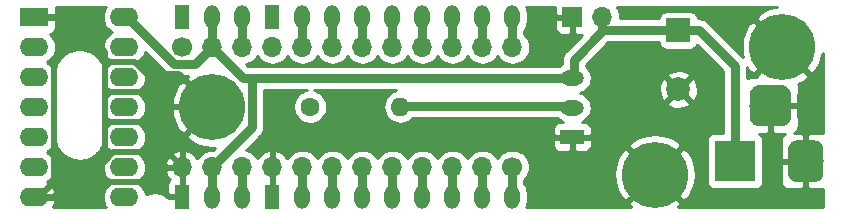
<source format=gbr>
G04 #@! TF.GenerationSoftware,KiCad,Pcbnew,(5.1.4)-1*
G04 #@! TF.CreationDate,2019-11-20T20:31:01+01:00*
G04 #@! TF.ProjectId,ArtNetNode1.2,4172744e-6574-44e6-9f64-65312e322e6b,rev?*
G04 #@! TF.SameCoordinates,Original*
G04 #@! TF.FileFunction,Copper,L1,Top*
G04 #@! TF.FilePolarity,Positive*
%FSLAX46Y46*%
G04 Gerber Fmt 4.6, Leading zero omitted, Abs format (unit mm)*
G04 Created by KiCad (PCBNEW (5.1.4)-1) date 2019-11-20 20:31:01*
%MOMM*%
%LPD*%
G04 APERTURE LIST*
%ADD10R,2.000000X2.000000*%
%ADD11C,2.000000*%
%ADD12O,1.700000X1.700000*%
%ADD13R,1.700000X1.700000*%
%ADD14C,5.600000*%
%ADD15O,1.300000X2.000000*%
%ADD16R,1.300000X2.000000*%
%ADD17C,1.700000*%
%ADD18R,3.500000X3.500000*%
%ADD19C,0.100000*%
%ADD20C,3.000000*%
%ADD21C,3.500000*%
%ADD22O,2.000000X1.300000*%
%ADD23R,2.000000X1.300000*%
%ADD24C,1.600000*%
%ADD25O,1.600000X1.600000*%
%ADD26R,2.400000X1.600000*%
%ADD27O,2.400000X1.600000*%
%ADD28C,0.800000*%
%ADD29C,0.508000*%
%ADD30C,0.762000*%
%ADD31C,0.254000*%
G04 APERTURE END LIST*
D10*
X217259600Y-59546000D03*
D11*
X217259600Y-64546000D03*
D12*
X210820000Y-58420000D03*
D13*
X208280000Y-58420000D03*
D14*
X177800000Y-66040000D03*
D15*
X193050000Y-58420000D03*
X195590000Y-58420000D03*
X190510000Y-58420000D03*
X177810000Y-58420000D03*
X180350000Y-58420000D03*
D16*
X182890000Y-58420000D03*
D15*
X187970000Y-58420000D03*
X185430000Y-58420000D03*
X185430000Y-73660000D03*
X187970000Y-73660000D03*
X200670000Y-58420000D03*
X190510000Y-73660000D03*
X193050000Y-73660000D03*
X203210000Y-73660000D03*
X195590000Y-73660000D03*
X203210000Y-58420000D03*
X200670000Y-73660000D03*
D16*
X175270000Y-58420000D03*
D15*
X198130000Y-73660000D03*
X198130000Y-58420000D03*
D16*
X182890000Y-73660000D03*
D15*
X180350000Y-73660000D03*
X177810000Y-73660000D03*
D16*
X175270000Y-73660000D03*
D12*
X203200000Y-60960000D03*
X200660000Y-60960000D03*
X198120000Y-60960000D03*
X195580000Y-60960000D03*
X193040000Y-60960000D03*
X190500000Y-60960000D03*
X187960000Y-60960000D03*
X185420000Y-60960000D03*
X182880000Y-60960000D03*
X180340000Y-60960000D03*
X177800000Y-60960000D03*
D17*
X175260000Y-60960000D03*
D12*
X175260000Y-71120000D03*
X177800000Y-71120000D03*
X180340000Y-71120000D03*
X182880000Y-71120000D03*
X185420000Y-71120000D03*
X187960000Y-71120000D03*
X190500000Y-71120000D03*
X193040000Y-71120000D03*
X195580000Y-71120000D03*
X198120000Y-71120000D03*
X200660000Y-71120000D03*
D17*
X203200000Y-71120000D03*
D14*
X215265000Y-71755000D03*
X226060000Y-60960000D03*
D18*
X222044000Y-70612000D03*
D19*
G36*
X228867513Y-68865611D02*
G01*
X228940318Y-68876411D01*
X229011714Y-68894295D01*
X229081013Y-68919090D01*
X229147548Y-68950559D01*
X229210678Y-68988398D01*
X229269795Y-69032242D01*
X229324330Y-69081670D01*
X229373758Y-69136205D01*
X229417602Y-69195322D01*
X229455441Y-69258452D01*
X229486910Y-69324987D01*
X229511705Y-69394286D01*
X229529589Y-69465682D01*
X229540389Y-69538487D01*
X229544000Y-69612000D01*
X229544000Y-71612000D01*
X229540389Y-71685513D01*
X229529589Y-71758318D01*
X229511705Y-71829714D01*
X229486910Y-71899013D01*
X229455441Y-71965548D01*
X229417602Y-72028678D01*
X229373758Y-72087795D01*
X229324330Y-72142330D01*
X229269795Y-72191758D01*
X229210678Y-72235602D01*
X229147548Y-72273441D01*
X229081013Y-72304910D01*
X229011714Y-72329705D01*
X228940318Y-72347589D01*
X228867513Y-72358389D01*
X228794000Y-72362000D01*
X227294000Y-72362000D01*
X227220487Y-72358389D01*
X227147682Y-72347589D01*
X227076286Y-72329705D01*
X227006987Y-72304910D01*
X226940452Y-72273441D01*
X226877322Y-72235602D01*
X226818205Y-72191758D01*
X226763670Y-72142330D01*
X226714242Y-72087795D01*
X226670398Y-72028678D01*
X226632559Y-71965548D01*
X226601090Y-71899013D01*
X226576295Y-71829714D01*
X226558411Y-71758318D01*
X226547611Y-71685513D01*
X226544000Y-71612000D01*
X226544000Y-69612000D01*
X226547611Y-69538487D01*
X226558411Y-69465682D01*
X226576295Y-69394286D01*
X226601090Y-69324987D01*
X226632559Y-69258452D01*
X226670398Y-69195322D01*
X226714242Y-69136205D01*
X226763670Y-69081670D01*
X226818205Y-69032242D01*
X226877322Y-68988398D01*
X226940452Y-68950559D01*
X227006987Y-68919090D01*
X227076286Y-68894295D01*
X227147682Y-68876411D01*
X227220487Y-68865611D01*
X227294000Y-68862000D01*
X228794000Y-68862000D01*
X228867513Y-68865611D01*
X228867513Y-68865611D01*
G37*
D20*
X228044000Y-70612000D03*
D19*
G36*
X226004765Y-64166213D02*
G01*
X226089704Y-64178813D01*
X226172999Y-64199677D01*
X226253848Y-64228605D01*
X226331472Y-64265319D01*
X226405124Y-64309464D01*
X226474094Y-64360616D01*
X226537718Y-64418282D01*
X226595384Y-64481906D01*
X226646536Y-64550876D01*
X226690681Y-64624528D01*
X226727395Y-64702152D01*
X226756323Y-64783001D01*
X226777187Y-64866296D01*
X226789787Y-64951235D01*
X226794000Y-65037000D01*
X226794000Y-66787000D01*
X226789787Y-66872765D01*
X226777187Y-66957704D01*
X226756323Y-67040999D01*
X226727395Y-67121848D01*
X226690681Y-67199472D01*
X226646536Y-67273124D01*
X226595384Y-67342094D01*
X226537718Y-67405718D01*
X226474094Y-67463384D01*
X226405124Y-67514536D01*
X226331472Y-67558681D01*
X226253848Y-67595395D01*
X226172999Y-67624323D01*
X226089704Y-67645187D01*
X226004765Y-67657787D01*
X225919000Y-67662000D01*
X224169000Y-67662000D01*
X224083235Y-67657787D01*
X223998296Y-67645187D01*
X223915001Y-67624323D01*
X223834152Y-67595395D01*
X223756528Y-67558681D01*
X223682876Y-67514536D01*
X223613906Y-67463384D01*
X223550282Y-67405718D01*
X223492616Y-67342094D01*
X223441464Y-67273124D01*
X223397319Y-67199472D01*
X223360605Y-67121848D01*
X223331677Y-67040999D01*
X223310813Y-66957704D01*
X223298213Y-66872765D01*
X223294000Y-66787000D01*
X223294000Y-65037000D01*
X223298213Y-64951235D01*
X223310813Y-64866296D01*
X223331677Y-64783001D01*
X223360605Y-64702152D01*
X223397319Y-64624528D01*
X223441464Y-64550876D01*
X223492616Y-64481906D01*
X223550282Y-64418282D01*
X223613906Y-64360616D01*
X223682876Y-64309464D01*
X223756528Y-64265319D01*
X223834152Y-64228605D01*
X223915001Y-64199677D01*
X223998296Y-64178813D01*
X224083235Y-64166213D01*
X224169000Y-64162000D01*
X225919000Y-64162000D01*
X226004765Y-64166213D01*
X226004765Y-64166213D01*
G37*
D21*
X225044000Y-65912000D03*
D22*
X208280000Y-66080000D03*
X208280000Y-63580000D03*
D23*
X208280000Y-68580000D03*
D24*
X186093800Y-65997600D03*
D25*
X193713800Y-65997600D03*
D26*
X162725800Y-58420000D03*
D27*
X170345800Y-73660000D03*
X162725800Y-60960000D03*
X170345800Y-71120000D03*
X162725800Y-63500000D03*
X170345800Y-68580000D03*
X162725800Y-66040000D03*
X170345800Y-66040000D03*
X162725800Y-68580000D03*
X170345800Y-63500000D03*
X162725800Y-71120000D03*
X170345800Y-60960000D03*
X162725800Y-73660000D03*
X170345800Y-58420000D03*
D28*
X182626000Y-66548000D03*
X182626000Y-65278000D03*
X183896000Y-66548000D03*
X183896000Y-65278000D03*
D29*
X193866200Y-65845200D02*
X193713800Y-65997600D01*
D30*
X193751900Y-65959500D02*
X193713800Y-65997600D01*
X208395000Y-65959500D02*
X193751900Y-65959500D01*
X177788000Y-73638000D02*
X177810000Y-73660000D01*
X177788000Y-58442000D02*
X177810000Y-58420000D01*
X170745800Y-58403000D02*
X170345800Y-58403000D01*
X170745800Y-58420000D02*
X170345800Y-58420000D01*
X217259600Y-59546000D02*
X210896500Y-59546000D01*
X210896500Y-59546000D02*
X208395000Y-62047500D01*
X208395000Y-62047500D02*
X208395000Y-63459500D01*
X177810000Y-71130000D02*
X177800000Y-71120000D01*
X177810000Y-73660000D02*
X177810000Y-71130000D01*
X177800000Y-58430000D02*
X177810000Y-58420000D01*
X177800000Y-60960000D02*
X177800000Y-58430000D01*
X180420000Y-63580000D02*
X177800000Y-60960000D01*
X176950001Y-61809999D02*
X177800000Y-60960000D01*
X176368999Y-62391001D02*
X176950001Y-61809999D01*
X174573119Y-62391001D02*
X176368999Y-62391001D01*
X170602118Y-58420000D02*
X174573119Y-62391001D01*
X170345800Y-58420000D02*
X170602118Y-58420000D01*
X208280000Y-63580000D02*
X182800000Y-63580000D01*
X210820000Y-59469500D02*
X210896500Y-59546000D01*
X210820000Y-58420000D02*
X210820000Y-59469500D01*
X181181001Y-63580999D02*
X181182000Y-63580000D01*
X181181001Y-67738999D02*
X181181001Y-63580999D01*
X177800000Y-71120000D02*
X181181001Y-67738999D01*
X182800000Y-63580000D02*
X181182000Y-63580000D01*
X181182000Y-63580000D02*
X180420000Y-63580000D01*
X222044000Y-62568400D02*
X222044000Y-70612000D01*
X217259600Y-59546000D02*
X219021600Y-59546000D01*
X219021600Y-59546000D02*
X222044000Y-62568400D01*
D29*
X165632363Y-73660000D02*
X164433800Y-73660000D01*
X174005990Y-69865990D02*
X169426373Y-69865990D01*
X175260000Y-71120000D02*
X174005990Y-69865990D01*
X174112000Y-73660000D02*
X175270000Y-73660000D01*
X172857990Y-72405990D02*
X174112000Y-73660000D01*
X164433800Y-73660000D02*
X165687810Y-72405990D01*
X162725800Y-73660000D02*
X164433800Y-73660000D01*
X163125800Y-73660000D02*
X162725800Y-73660000D01*
X164433800Y-72352000D02*
X163125800Y-73660000D01*
X162725800Y-58420000D02*
X163125800Y-58420000D01*
X165687810Y-72405990D02*
X172857990Y-72405990D01*
X162725800Y-58420000D02*
X165735000Y-58420000D01*
X168691790Y-70266790D02*
X168858682Y-70433682D01*
X165735000Y-58420000D02*
X168691790Y-61376790D01*
X169426373Y-69865990D02*
X168858682Y-70433682D01*
X168858682Y-70433682D02*
X165632363Y-73660000D01*
D30*
X173840203Y-66040000D02*
X172974000Y-66906203D01*
D29*
X164433800Y-58420000D02*
X162725800Y-58420000D01*
X164515917Y-58420000D02*
X164433800Y-58420000D01*
X172259238Y-63240001D02*
X171233247Y-62214010D01*
X175000001Y-63240001D02*
X172259238Y-63240001D01*
X177800000Y-66040000D02*
X175000001Y-63240001D01*
X168711590Y-64754010D02*
X168691790Y-64734210D01*
X172554213Y-64754010D02*
X168711590Y-64754010D01*
X173840203Y-66040000D02*
X172554213Y-64754010D01*
X168691790Y-61376790D02*
X168691790Y-64734210D01*
X168711590Y-67294010D02*
X168691790Y-67274210D01*
X172586193Y-67294010D02*
X168711590Y-67294010D01*
X173840203Y-66040000D02*
X172586193Y-67294010D01*
X177800000Y-66040000D02*
X173840203Y-66040000D01*
X168691790Y-64734210D02*
X168691790Y-67274210D01*
X168691790Y-67274210D02*
X168691790Y-70266790D01*
X171233247Y-62214010D02*
X168925990Y-62214010D01*
X164379810Y-72405990D02*
X164379810Y-62271810D01*
X163125800Y-73660000D02*
X164379810Y-72405990D01*
D30*
X203188000Y-58442000D02*
X203210000Y-58420000D01*
X203200000Y-58430000D02*
X203210000Y-58420000D01*
X203200000Y-60960000D02*
X203200000Y-58430000D01*
D31*
X163125800Y-60943000D02*
X162725800Y-60943000D01*
X200670000Y-58420000D02*
X200670000Y-58070000D01*
D30*
X200670000Y-60950000D02*
X200660000Y-60960000D01*
X200670000Y-58420000D02*
X200670000Y-60950000D01*
X198108000Y-58442000D02*
X198130000Y-58420000D01*
X198130000Y-60950000D02*
X198120000Y-60960000D01*
X198130000Y-58420000D02*
X198130000Y-60950000D01*
X195568000Y-58442000D02*
X195590000Y-58420000D01*
X195580000Y-58430000D02*
X195590000Y-58420000D01*
X195580000Y-60960000D02*
X195580000Y-58430000D01*
X193028000Y-58442000D02*
X193050000Y-58420000D01*
X193050000Y-60950000D02*
X193040000Y-60960000D01*
X193050000Y-58420000D02*
X193050000Y-60950000D01*
X190488000Y-58442000D02*
X190510000Y-58420000D01*
X190500000Y-58430000D02*
X190510000Y-58420000D01*
X190500000Y-60960000D02*
X190500000Y-58430000D01*
X187948000Y-58442000D02*
X187970000Y-58420000D01*
X187970000Y-60950000D02*
X187960000Y-60960000D01*
X187970000Y-58420000D02*
X187970000Y-60950000D01*
X185408000Y-58442000D02*
X185430000Y-58420000D01*
X185420000Y-58430000D02*
X185430000Y-58420000D01*
X185420000Y-60960000D02*
X185420000Y-58430000D01*
X180328000Y-58442000D02*
X180350000Y-58420000D01*
X180350000Y-60950000D02*
X180340000Y-60960000D01*
X180350000Y-58420000D02*
X180350000Y-60950000D01*
X180328000Y-73638000D02*
X180350000Y-73660000D01*
X180340000Y-73650000D02*
X180350000Y-73660000D01*
X180340000Y-71120000D02*
X180340000Y-73650000D01*
X185408000Y-73638000D02*
X185430000Y-73660000D01*
X185430000Y-71130000D02*
X185420000Y-71120000D01*
X185430000Y-73660000D02*
X185430000Y-71130000D01*
X187960000Y-73650000D02*
X187970000Y-73660000D01*
X187960000Y-71120000D02*
X187960000Y-73650000D01*
X190510000Y-71130000D02*
X190500000Y-71120000D01*
X190510000Y-73660000D02*
X190510000Y-71130000D01*
X193040000Y-73650000D02*
X193050000Y-73660000D01*
X193040000Y-71120000D02*
X193040000Y-73650000D01*
X195590000Y-71130000D02*
X195580000Y-71120000D01*
X195590000Y-73660000D02*
X195590000Y-71130000D01*
X198120000Y-73650000D02*
X198130000Y-73660000D01*
X198120000Y-71120000D02*
X198120000Y-73650000D01*
X200670000Y-71130000D02*
X200660000Y-71120000D01*
X200670000Y-73660000D02*
X200670000Y-71130000D01*
X203200000Y-73650000D02*
X203210000Y-73660000D01*
X203200000Y-71120000D02*
X203200000Y-73650000D01*
D31*
G36*
X164533872Y-69185132D02*
G01*
X164557450Y-69240142D01*
X164580232Y-69295417D01*
X164584615Y-69303523D01*
X164727904Y-69564166D01*
X164761692Y-69613513D01*
X164794804Y-69663350D01*
X164800678Y-69670450D01*
X164991864Y-69898296D01*
X165034561Y-69940107D01*
X165076753Y-69982595D01*
X165083894Y-69988419D01*
X165315695Y-70174792D01*
X165365742Y-70207542D01*
X165415343Y-70240998D01*
X165423479Y-70245324D01*
X165687066Y-70383123D01*
X165742508Y-70405522D01*
X165797672Y-70428712D01*
X165806494Y-70431375D01*
X166091824Y-70515353D01*
X166150578Y-70526561D01*
X166209182Y-70538591D01*
X166218354Y-70539490D01*
X166514561Y-70566447D01*
X166574379Y-70566029D01*
X166634196Y-70566447D01*
X166643367Y-70565548D01*
X166939171Y-70534458D01*
X166997768Y-70522429D01*
X167056530Y-70511220D01*
X167065352Y-70508556D01*
X167349483Y-70420602D01*
X167404615Y-70397427D01*
X167460089Y-70375014D01*
X167468226Y-70370687D01*
X167729862Y-70229221D01*
X167779429Y-70195788D01*
X167829508Y-70163017D01*
X167836649Y-70157193D01*
X168065824Y-69967603D01*
X168107946Y-69925185D01*
X168150716Y-69883303D01*
X168156590Y-69876202D01*
X168344576Y-69645708D01*
X168377691Y-69595866D01*
X168411475Y-69546526D01*
X168415858Y-69538419D01*
X168555494Y-69275801D01*
X168578288Y-69220499D01*
X168601854Y-69165516D01*
X168604579Y-69156713D01*
X168612856Y-69129297D01*
X168613618Y-69131808D01*
X168746868Y-69381101D01*
X168926192Y-69599608D01*
X169144699Y-69778932D01*
X169277658Y-69850000D01*
X169144699Y-69921068D01*
X168926192Y-70100392D01*
X168746868Y-70318899D01*
X168613618Y-70568192D01*
X168531564Y-70838691D01*
X168503857Y-71120000D01*
X168531564Y-71401309D01*
X168613618Y-71671808D01*
X168746868Y-71921101D01*
X168926192Y-72139608D01*
X169144699Y-72318932D01*
X169277658Y-72390000D01*
X169144699Y-72461068D01*
X168926192Y-72640392D01*
X168746868Y-72858899D01*
X168613618Y-73108192D01*
X168531564Y-73378691D01*
X168503857Y-73660000D01*
X168531564Y-73941309D01*
X168613618Y-74211808D01*
X168746868Y-74461101D01*
X168798488Y-74524000D01*
X164271867Y-74524000D01*
X164389515Y-74351646D01*
X164500167Y-74091818D01*
X164517704Y-74009039D01*
X164395715Y-73787000D01*
X162852800Y-73787000D01*
X162852800Y-73807000D01*
X162598800Y-73807000D01*
X162598800Y-73787000D01*
X162578800Y-73787000D01*
X162578800Y-73533000D01*
X162598800Y-73533000D01*
X162598800Y-73513000D01*
X162852800Y-73513000D01*
X162852800Y-73533000D01*
X164395715Y-73533000D01*
X164517704Y-73310961D01*
X164500167Y-73228182D01*
X164389515Y-72968354D01*
X164230300Y-72735105D01*
X164028639Y-72537399D01*
X163799059Y-72387265D01*
X163926901Y-72318932D01*
X164145408Y-72139608D01*
X164324732Y-71921101D01*
X164457982Y-71671808D01*
X164540036Y-71401309D01*
X164567743Y-71120000D01*
X164540036Y-70838691D01*
X164457982Y-70568192D01*
X164324732Y-70318899D01*
X164145408Y-70100392D01*
X163926901Y-69921068D01*
X163793942Y-69850000D01*
X163926901Y-69778932D01*
X164145408Y-69599608D01*
X164324732Y-69381101D01*
X164457982Y-69131808D01*
X164486810Y-69036774D01*
X164533872Y-69185132D01*
X164533872Y-69185132D01*
G37*
X164533872Y-69185132D02*
X164557450Y-69240142D01*
X164580232Y-69295417D01*
X164584615Y-69303523D01*
X164727904Y-69564166D01*
X164761692Y-69613513D01*
X164794804Y-69663350D01*
X164800678Y-69670450D01*
X164991864Y-69898296D01*
X165034561Y-69940107D01*
X165076753Y-69982595D01*
X165083894Y-69988419D01*
X165315695Y-70174792D01*
X165365742Y-70207542D01*
X165415343Y-70240998D01*
X165423479Y-70245324D01*
X165687066Y-70383123D01*
X165742508Y-70405522D01*
X165797672Y-70428712D01*
X165806494Y-70431375D01*
X166091824Y-70515353D01*
X166150578Y-70526561D01*
X166209182Y-70538591D01*
X166218354Y-70539490D01*
X166514561Y-70566447D01*
X166574379Y-70566029D01*
X166634196Y-70566447D01*
X166643367Y-70565548D01*
X166939171Y-70534458D01*
X166997768Y-70522429D01*
X167056530Y-70511220D01*
X167065352Y-70508556D01*
X167349483Y-70420602D01*
X167404615Y-70397427D01*
X167460089Y-70375014D01*
X167468226Y-70370687D01*
X167729862Y-70229221D01*
X167779429Y-70195788D01*
X167829508Y-70163017D01*
X167836649Y-70157193D01*
X168065824Y-69967603D01*
X168107946Y-69925185D01*
X168150716Y-69883303D01*
X168156590Y-69876202D01*
X168344576Y-69645708D01*
X168377691Y-69595866D01*
X168411475Y-69546526D01*
X168415858Y-69538419D01*
X168555494Y-69275801D01*
X168578288Y-69220499D01*
X168601854Y-69165516D01*
X168604579Y-69156713D01*
X168612856Y-69129297D01*
X168613618Y-69131808D01*
X168746868Y-69381101D01*
X168926192Y-69599608D01*
X169144699Y-69778932D01*
X169277658Y-69850000D01*
X169144699Y-69921068D01*
X168926192Y-70100392D01*
X168746868Y-70318899D01*
X168613618Y-70568192D01*
X168531564Y-70838691D01*
X168503857Y-71120000D01*
X168531564Y-71401309D01*
X168613618Y-71671808D01*
X168746868Y-71921101D01*
X168926192Y-72139608D01*
X169144699Y-72318932D01*
X169277658Y-72390000D01*
X169144699Y-72461068D01*
X168926192Y-72640392D01*
X168746868Y-72858899D01*
X168613618Y-73108192D01*
X168531564Y-73378691D01*
X168503857Y-73660000D01*
X168531564Y-73941309D01*
X168613618Y-74211808D01*
X168746868Y-74461101D01*
X168798488Y-74524000D01*
X164271867Y-74524000D01*
X164389515Y-74351646D01*
X164500167Y-74091818D01*
X164517704Y-74009039D01*
X164395715Y-73787000D01*
X162852800Y-73787000D01*
X162852800Y-73807000D01*
X162598800Y-73807000D01*
X162598800Y-73787000D01*
X162578800Y-73787000D01*
X162578800Y-73533000D01*
X162598800Y-73533000D01*
X162598800Y-73513000D01*
X162852800Y-73513000D01*
X162852800Y-73533000D01*
X164395715Y-73533000D01*
X164517704Y-73310961D01*
X164500167Y-73228182D01*
X164389515Y-72968354D01*
X164230300Y-72735105D01*
X164028639Y-72537399D01*
X163799059Y-72387265D01*
X163926901Y-72318932D01*
X164145408Y-72139608D01*
X164324732Y-71921101D01*
X164457982Y-71671808D01*
X164540036Y-71401309D01*
X164567743Y-71120000D01*
X164540036Y-70838691D01*
X164457982Y-70568192D01*
X164324732Y-70318899D01*
X164145408Y-70100392D01*
X163926901Y-69921068D01*
X163793942Y-69850000D01*
X163926901Y-69778932D01*
X164145408Y-69599608D01*
X164324732Y-69381101D01*
X164457982Y-69131808D01*
X164486810Y-69036774D01*
X164533872Y-69185132D01*
G36*
X225394977Y-57573051D02*
G01*
X224746994Y-57767870D01*
X224149470Y-58085361D01*
X224135308Y-58094823D01*
X223823124Y-58543519D01*
X226060000Y-60780395D01*
X226074143Y-60766253D01*
X226253748Y-60945858D01*
X226239605Y-60960000D01*
X228476481Y-63196876D01*
X228925177Y-62884692D01*
X229245612Y-62288741D01*
X229443626Y-61641727D01*
X229464000Y-61439973D01*
X229464001Y-68224130D01*
X228329750Y-68227000D01*
X228171000Y-68385750D01*
X228171000Y-70485000D01*
X228191000Y-70485000D01*
X228191000Y-70739000D01*
X228171000Y-70739000D01*
X228171000Y-72838250D01*
X228329750Y-72997000D01*
X229464001Y-72999870D01*
X229464001Y-74524000D01*
X217256608Y-74524000D01*
X217501876Y-74171481D01*
X215265000Y-71934605D01*
X213028124Y-74171481D01*
X213273392Y-74524000D01*
X204392307Y-74524000D01*
X204402929Y-74504127D01*
X204476407Y-74261903D01*
X204495000Y-74073122D01*
X204495000Y-73246877D01*
X204476407Y-73058096D01*
X204402929Y-72815873D01*
X204283608Y-72592638D01*
X204216000Y-72510258D01*
X204216000Y-72204107D01*
X204353475Y-72066632D01*
X204515990Y-71823411D01*
X204547854Y-71746484D01*
X211813390Y-71746484D01*
X211878051Y-72420023D01*
X212072870Y-73068006D01*
X212390361Y-73665530D01*
X212399823Y-73679692D01*
X212848519Y-73991876D01*
X215085395Y-71755000D01*
X215444605Y-71755000D01*
X217681481Y-73991876D01*
X218130177Y-73679692D01*
X218450612Y-73083741D01*
X218648626Y-72436727D01*
X218716610Y-71763516D01*
X218651949Y-71089977D01*
X218457130Y-70441994D01*
X218139639Y-69844470D01*
X218130177Y-69830308D01*
X217681481Y-69518124D01*
X215444605Y-71755000D01*
X215085395Y-71755000D01*
X212848519Y-69518124D01*
X212399823Y-69830308D01*
X212079388Y-70426259D01*
X211881374Y-71073273D01*
X211813390Y-71746484D01*
X204547854Y-71746484D01*
X204627932Y-71553158D01*
X204685000Y-71266260D01*
X204685000Y-70973740D01*
X204627932Y-70686842D01*
X204515990Y-70416589D01*
X204353475Y-70173368D01*
X204146632Y-69966525D01*
X203903411Y-69804010D01*
X203633158Y-69692068D01*
X203346260Y-69635000D01*
X203053740Y-69635000D01*
X202766842Y-69692068D01*
X202496589Y-69804010D01*
X202253368Y-69966525D01*
X202046525Y-70173368D01*
X201930585Y-70346885D01*
X201900706Y-70290986D01*
X201715134Y-70064866D01*
X201489014Y-69879294D01*
X201231034Y-69741401D01*
X200951111Y-69656487D01*
X200732950Y-69635000D01*
X200587050Y-69635000D01*
X200368889Y-69656487D01*
X200088966Y-69741401D01*
X199830986Y-69879294D01*
X199604866Y-70064866D01*
X199419294Y-70290986D01*
X199390000Y-70345791D01*
X199360706Y-70290986D01*
X199175134Y-70064866D01*
X198949014Y-69879294D01*
X198691034Y-69741401D01*
X198411111Y-69656487D01*
X198192950Y-69635000D01*
X198047050Y-69635000D01*
X197828889Y-69656487D01*
X197548966Y-69741401D01*
X197290986Y-69879294D01*
X197064866Y-70064866D01*
X196879294Y-70290986D01*
X196850000Y-70345791D01*
X196820706Y-70290986D01*
X196635134Y-70064866D01*
X196409014Y-69879294D01*
X196151034Y-69741401D01*
X195871111Y-69656487D01*
X195652950Y-69635000D01*
X195507050Y-69635000D01*
X195288889Y-69656487D01*
X195008966Y-69741401D01*
X194750986Y-69879294D01*
X194524866Y-70064866D01*
X194339294Y-70290986D01*
X194310000Y-70345791D01*
X194280706Y-70290986D01*
X194095134Y-70064866D01*
X193869014Y-69879294D01*
X193611034Y-69741401D01*
X193331111Y-69656487D01*
X193112950Y-69635000D01*
X192967050Y-69635000D01*
X192748889Y-69656487D01*
X192468966Y-69741401D01*
X192210986Y-69879294D01*
X191984866Y-70064866D01*
X191799294Y-70290986D01*
X191770000Y-70345791D01*
X191740706Y-70290986D01*
X191555134Y-70064866D01*
X191329014Y-69879294D01*
X191071034Y-69741401D01*
X190791111Y-69656487D01*
X190572950Y-69635000D01*
X190427050Y-69635000D01*
X190208889Y-69656487D01*
X189928966Y-69741401D01*
X189670986Y-69879294D01*
X189444866Y-70064866D01*
X189259294Y-70290986D01*
X189230000Y-70345791D01*
X189200706Y-70290986D01*
X189015134Y-70064866D01*
X188789014Y-69879294D01*
X188531034Y-69741401D01*
X188251111Y-69656487D01*
X188032950Y-69635000D01*
X187887050Y-69635000D01*
X187668889Y-69656487D01*
X187388966Y-69741401D01*
X187130986Y-69879294D01*
X186904866Y-70064866D01*
X186719294Y-70290986D01*
X186690000Y-70345791D01*
X186660706Y-70290986D01*
X186475134Y-70064866D01*
X186249014Y-69879294D01*
X185991034Y-69741401D01*
X185711111Y-69656487D01*
X185492950Y-69635000D01*
X185347050Y-69635000D01*
X185128889Y-69656487D01*
X184848966Y-69741401D01*
X184590986Y-69879294D01*
X184364866Y-70064866D01*
X184179294Y-70290986D01*
X184144799Y-70355523D01*
X184075178Y-70238645D01*
X183880269Y-70022412D01*
X183646920Y-69848359D01*
X183384099Y-69723175D01*
X183236890Y-69678524D01*
X183007000Y-69799845D01*
X183007000Y-70993000D01*
X183027000Y-70993000D01*
X183027000Y-71247000D01*
X183007000Y-71247000D01*
X183007000Y-72440155D01*
X183017000Y-72445432D01*
X183017000Y-73533000D01*
X183037000Y-73533000D01*
X183037000Y-73787000D01*
X183017000Y-73787000D01*
X183017000Y-73807000D01*
X182763000Y-73807000D01*
X182763000Y-73787000D01*
X182743000Y-73787000D01*
X182743000Y-73533000D01*
X182763000Y-73533000D01*
X182763000Y-72183750D01*
X182753000Y-72173750D01*
X182753000Y-71247000D01*
X182733000Y-71247000D01*
X182733000Y-70993000D01*
X182753000Y-70993000D01*
X182753000Y-69799845D01*
X182523110Y-69678524D01*
X182375901Y-69723175D01*
X182113080Y-69848359D01*
X181879731Y-70022412D01*
X181684822Y-70238645D01*
X181615201Y-70355523D01*
X181580706Y-70290986D01*
X181395134Y-70064866D01*
X181169014Y-69879294D01*
X180911034Y-69741401D01*
X180684238Y-69672603D01*
X181126841Y-69230000D01*
X206641928Y-69230000D01*
X206654188Y-69354482D01*
X206690498Y-69474180D01*
X206749463Y-69584494D01*
X206828815Y-69681185D01*
X206925506Y-69760537D01*
X207035820Y-69819502D01*
X207155518Y-69855812D01*
X207280000Y-69868072D01*
X207994250Y-69865000D01*
X208153000Y-69706250D01*
X208153000Y-68707000D01*
X208407000Y-68707000D01*
X208407000Y-69706250D01*
X208565750Y-69865000D01*
X209280000Y-69868072D01*
X209404482Y-69855812D01*
X209524180Y-69819502D01*
X209634494Y-69760537D01*
X209731185Y-69681185D01*
X209810537Y-69584494D01*
X209869502Y-69474180D01*
X209905812Y-69354482D01*
X209907384Y-69338519D01*
X213028124Y-69338519D01*
X215265000Y-71575395D01*
X217501876Y-69338519D01*
X217189692Y-68889823D01*
X216593741Y-68569388D01*
X215946727Y-68371374D01*
X215273516Y-68303390D01*
X214599977Y-68368051D01*
X213951994Y-68562870D01*
X213354470Y-68880361D01*
X213340308Y-68889823D01*
X213028124Y-69338519D01*
X209907384Y-69338519D01*
X209918072Y-69230000D01*
X209915000Y-68865750D01*
X209756250Y-68707000D01*
X208407000Y-68707000D01*
X208153000Y-68707000D01*
X206803750Y-68707000D01*
X206645000Y-68865750D01*
X206641928Y-69230000D01*
X181126841Y-69230000D01*
X181864134Y-68492707D01*
X181902897Y-68460895D01*
X182029861Y-68306189D01*
X182124203Y-68129686D01*
X182174254Y-67964692D01*
X182182299Y-67938171D01*
X182192413Y-67835480D01*
X182197001Y-67788901D01*
X182197001Y-67788894D01*
X182201915Y-67739000D01*
X182197001Y-67689106D01*
X182197001Y-64596000D01*
X185784554Y-64596000D01*
X185675226Y-64617747D01*
X185414073Y-64725920D01*
X185179041Y-64882963D01*
X184979163Y-65082841D01*
X184822120Y-65317873D01*
X184713947Y-65579026D01*
X184658800Y-65856265D01*
X184658800Y-66138935D01*
X184713947Y-66416174D01*
X184822120Y-66677327D01*
X184979163Y-66912359D01*
X185179041Y-67112237D01*
X185414073Y-67269280D01*
X185675226Y-67377453D01*
X185952465Y-67432600D01*
X186235135Y-67432600D01*
X186512374Y-67377453D01*
X186773527Y-67269280D01*
X187008559Y-67112237D01*
X187208437Y-66912359D01*
X187365480Y-66677327D01*
X187473653Y-66416174D01*
X187528800Y-66138935D01*
X187528800Y-65856265D01*
X187473653Y-65579026D01*
X187365480Y-65317873D01*
X187208437Y-65082841D01*
X187008559Y-64882963D01*
X186773527Y-64725920D01*
X186512374Y-64617747D01*
X186403046Y-64596000D01*
X193390835Y-64596000D01*
X193161992Y-64665418D01*
X192912699Y-64798668D01*
X192694192Y-64977992D01*
X192514868Y-65196499D01*
X192381618Y-65445792D01*
X192299564Y-65716291D01*
X192271857Y-65997600D01*
X192299564Y-66278909D01*
X192381618Y-66549408D01*
X192514868Y-66798701D01*
X192694192Y-67017208D01*
X192912699Y-67196532D01*
X193161992Y-67329782D01*
X193432491Y-67411836D01*
X193643308Y-67432600D01*
X193784292Y-67432600D01*
X193995109Y-67411836D01*
X194265608Y-67329782D01*
X194514901Y-67196532D01*
X194733408Y-67017208D01*
X194767637Y-66975500D01*
X207002587Y-66975500D01*
X207016972Y-66993028D01*
X207212638Y-67153608D01*
X207435873Y-67272929D01*
X207501647Y-67292881D01*
X207280000Y-67291928D01*
X207155518Y-67304188D01*
X207035820Y-67340498D01*
X206925506Y-67399463D01*
X206828815Y-67478815D01*
X206749463Y-67575506D01*
X206690498Y-67685820D01*
X206654188Y-67805518D01*
X206641928Y-67930000D01*
X206645000Y-68294250D01*
X206803750Y-68453000D01*
X208153000Y-68453000D01*
X208153000Y-68433000D01*
X208407000Y-68433000D01*
X208407000Y-68453000D01*
X209756250Y-68453000D01*
X209915000Y-68294250D01*
X209918072Y-67930000D01*
X209905812Y-67805518D01*
X209869502Y-67685820D01*
X209810537Y-67575506D01*
X209731185Y-67478815D01*
X209634494Y-67399463D01*
X209524180Y-67340498D01*
X209404482Y-67304188D01*
X209280000Y-67291928D01*
X209058353Y-67292881D01*
X209124127Y-67272929D01*
X209347362Y-67153608D01*
X209543028Y-66993028D01*
X209703608Y-66797362D01*
X209822929Y-66574127D01*
X209896407Y-66331904D01*
X209921217Y-66080000D01*
X209896407Y-65828096D01*
X209851911Y-65681413D01*
X216303792Y-65681413D01*
X216399556Y-65945814D01*
X216689171Y-66086704D01*
X217000708Y-66168384D01*
X217322195Y-66187718D01*
X217641275Y-66143961D01*
X217945688Y-66038795D01*
X218119644Y-65945814D01*
X218215408Y-65681413D01*
X217259600Y-64725605D01*
X216303792Y-65681413D01*
X209851911Y-65681413D01*
X209822929Y-65585873D01*
X209703608Y-65362638D01*
X209543028Y-65166972D01*
X209347362Y-65006392D01*
X209124127Y-64887071D01*
X208935990Y-64830000D01*
X209124127Y-64772929D01*
X209347362Y-64653608D01*
X209402210Y-64608595D01*
X215617882Y-64608595D01*
X215661639Y-64927675D01*
X215766805Y-65232088D01*
X215859786Y-65406044D01*
X216124187Y-65501808D01*
X217079995Y-64546000D01*
X217439205Y-64546000D01*
X218395013Y-65501808D01*
X218659414Y-65406044D01*
X218800304Y-65116429D01*
X218881984Y-64804892D01*
X218901318Y-64483405D01*
X218857561Y-64164325D01*
X218752395Y-63859912D01*
X218659414Y-63685956D01*
X218395013Y-63590192D01*
X217439205Y-64546000D01*
X217079995Y-64546000D01*
X216124187Y-63590192D01*
X215859786Y-63685956D01*
X215718896Y-63975571D01*
X215637216Y-64287108D01*
X215617882Y-64608595D01*
X209402210Y-64608595D01*
X209543028Y-64493028D01*
X209703608Y-64297362D01*
X209822929Y-64074127D01*
X209896407Y-63831904D01*
X209921217Y-63580000D01*
X209904532Y-63410587D01*
X216303792Y-63410587D01*
X217259600Y-64366395D01*
X218215408Y-63410587D01*
X218119644Y-63146186D01*
X217830029Y-63005296D01*
X217518492Y-62923616D01*
X217197005Y-62904282D01*
X216877925Y-62948039D01*
X216573512Y-63053205D01*
X216399556Y-63146186D01*
X216303792Y-63410587D01*
X209904532Y-63410587D01*
X209896407Y-63328096D01*
X209822929Y-63085873D01*
X209703608Y-62862638D01*
X209543028Y-62666972D01*
X209411000Y-62558619D01*
X209411000Y-62468340D01*
X211317341Y-60562000D01*
X215623104Y-60562000D01*
X215633788Y-60670482D01*
X215670098Y-60790180D01*
X215729063Y-60900494D01*
X215808415Y-60997185D01*
X215905106Y-61076537D01*
X216015420Y-61135502D01*
X216135118Y-61171812D01*
X216259600Y-61184072D01*
X218259600Y-61184072D01*
X218384082Y-61171812D01*
X218503780Y-61135502D01*
X218614094Y-61076537D01*
X218710785Y-60997185D01*
X218790137Y-60900494D01*
X218842079Y-60803319D01*
X221028000Y-62989241D01*
X221028001Y-68223928D01*
X220294000Y-68223928D01*
X220169518Y-68236188D01*
X220049820Y-68272498D01*
X219939506Y-68331463D01*
X219842815Y-68410815D01*
X219763463Y-68507506D01*
X219704498Y-68617820D01*
X219668188Y-68737518D01*
X219655928Y-68862000D01*
X219655928Y-72362000D01*
X219668188Y-72486482D01*
X219704498Y-72606180D01*
X219763463Y-72716494D01*
X219842815Y-72813185D01*
X219939506Y-72892537D01*
X220049820Y-72951502D01*
X220169518Y-72987812D01*
X220294000Y-73000072D01*
X223794000Y-73000072D01*
X223918482Y-72987812D01*
X224038180Y-72951502D01*
X224148494Y-72892537D01*
X224245185Y-72813185D01*
X224324537Y-72716494D01*
X224383502Y-72606180D01*
X224419812Y-72486482D01*
X224432072Y-72362000D01*
X225905928Y-72362000D01*
X225918188Y-72486482D01*
X225954498Y-72606180D01*
X226013463Y-72716494D01*
X226092815Y-72813185D01*
X226189506Y-72892537D01*
X226299820Y-72951502D01*
X226419518Y-72987812D01*
X226544000Y-73000072D01*
X227758250Y-72997000D01*
X227917000Y-72838250D01*
X227917000Y-70739000D01*
X226067750Y-70739000D01*
X225909000Y-70897750D01*
X225905928Y-72362000D01*
X224432072Y-72362000D01*
X224432072Y-68862000D01*
X224419812Y-68737518D01*
X224383502Y-68617820D01*
X224324537Y-68507506D01*
X224245185Y-68410815D01*
X224148494Y-68331463D01*
X224086655Y-68298409D01*
X224758250Y-68297000D01*
X224917000Y-68138250D01*
X224917000Y-66039000D01*
X225171000Y-66039000D01*
X225171000Y-68138250D01*
X225329750Y-68297000D01*
X226250367Y-68298931D01*
X226189506Y-68331463D01*
X226092815Y-68410815D01*
X226013463Y-68507506D01*
X225954498Y-68617820D01*
X225918188Y-68737518D01*
X225905928Y-68862000D01*
X225909000Y-70326250D01*
X226067750Y-70485000D01*
X227917000Y-70485000D01*
X227917000Y-68385750D01*
X227758250Y-68227000D01*
X227087195Y-68225302D01*
X227148494Y-68192537D01*
X227245185Y-68113185D01*
X227324537Y-68016494D01*
X227383502Y-67906180D01*
X227419812Y-67786482D01*
X227432072Y-67662000D01*
X227429000Y-66197750D01*
X227270250Y-66039000D01*
X225171000Y-66039000D01*
X224917000Y-66039000D01*
X224897000Y-66039000D01*
X224897000Y-65785000D01*
X224917000Y-65785000D01*
X224917000Y-65765000D01*
X225171000Y-65765000D01*
X225171000Y-65785000D01*
X227270250Y-65785000D01*
X227429000Y-65626250D01*
X227432072Y-64162000D01*
X227428211Y-64122797D01*
X227970530Y-63834639D01*
X227984692Y-63825177D01*
X228296876Y-63376481D01*
X226060000Y-61139605D01*
X223823124Y-63376481D01*
X223926635Y-63525255D01*
X223294000Y-63523928D01*
X223169518Y-63536188D01*
X223060000Y-63569410D01*
X223060000Y-62634598D01*
X223185361Y-62870530D01*
X223194823Y-62884692D01*
X223643519Y-63196876D01*
X225880395Y-60960000D01*
X223643519Y-58723124D01*
X223194823Y-59035308D01*
X222874388Y-59631259D01*
X222676374Y-60278273D01*
X222608390Y-60951484D01*
X222673051Y-61625023D01*
X222731040Y-61817898D01*
X222727133Y-61814692D01*
X219775312Y-58862872D01*
X219743496Y-58824104D01*
X219588790Y-58697140D01*
X219412287Y-58602798D01*
X219220771Y-58544702D01*
X219071502Y-58530000D01*
X219021600Y-58525085D01*
X218971698Y-58530000D01*
X218896096Y-58530000D01*
X218885412Y-58421518D01*
X218849102Y-58301820D01*
X218790137Y-58191506D01*
X218710785Y-58094815D01*
X218614094Y-58015463D01*
X218503780Y-57956498D01*
X218384082Y-57920188D01*
X218259600Y-57907928D01*
X216259600Y-57907928D01*
X216135118Y-57920188D01*
X216015420Y-57956498D01*
X215905106Y-58015463D01*
X215808415Y-58094815D01*
X215729063Y-58191506D01*
X215670098Y-58301820D01*
X215633788Y-58421518D01*
X215623104Y-58530000D01*
X212301351Y-58530000D01*
X212312185Y-58420000D01*
X212283513Y-58128889D01*
X212198599Y-57848966D01*
X212060706Y-57590986D01*
X212031994Y-57556000D01*
X225572588Y-57556000D01*
X225394977Y-57573051D01*
X225394977Y-57573051D01*
G37*
X225394977Y-57573051D02*
X224746994Y-57767870D01*
X224149470Y-58085361D01*
X224135308Y-58094823D01*
X223823124Y-58543519D01*
X226060000Y-60780395D01*
X226074143Y-60766253D01*
X226253748Y-60945858D01*
X226239605Y-60960000D01*
X228476481Y-63196876D01*
X228925177Y-62884692D01*
X229245612Y-62288741D01*
X229443626Y-61641727D01*
X229464000Y-61439973D01*
X229464001Y-68224130D01*
X228329750Y-68227000D01*
X228171000Y-68385750D01*
X228171000Y-70485000D01*
X228191000Y-70485000D01*
X228191000Y-70739000D01*
X228171000Y-70739000D01*
X228171000Y-72838250D01*
X228329750Y-72997000D01*
X229464001Y-72999870D01*
X229464001Y-74524000D01*
X217256608Y-74524000D01*
X217501876Y-74171481D01*
X215265000Y-71934605D01*
X213028124Y-74171481D01*
X213273392Y-74524000D01*
X204392307Y-74524000D01*
X204402929Y-74504127D01*
X204476407Y-74261903D01*
X204495000Y-74073122D01*
X204495000Y-73246877D01*
X204476407Y-73058096D01*
X204402929Y-72815873D01*
X204283608Y-72592638D01*
X204216000Y-72510258D01*
X204216000Y-72204107D01*
X204353475Y-72066632D01*
X204515990Y-71823411D01*
X204547854Y-71746484D01*
X211813390Y-71746484D01*
X211878051Y-72420023D01*
X212072870Y-73068006D01*
X212390361Y-73665530D01*
X212399823Y-73679692D01*
X212848519Y-73991876D01*
X215085395Y-71755000D01*
X215444605Y-71755000D01*
X217681481Y-73991876D01*
X218130177Y-73679692D01*
X218450612Y-73083741D01*
X218648626Y-72436727D01*
X218716610Y-71763516D01*
X218651949Y-71089977D01*
X218457130Y-70441994D01*
X218139639Y-69844470D01*
X218130177Y-69830308D01*
X217681481Y-69518124D01*
X215444605Y-71755000D01*
X215085395Y-71755000D01*
X212848519Y-69518124D01*
X212399823Y-69830308D01*
X212079388Y-70426259D01*
X211881374Y-71073273D01*
X211813390Y-71746484D01*
X204547854Y-71746484D01*
X204627932Y-71553158D01*
X204685000Y-71266260D01*
X204685000Y-70973740D01*
X204627932Y-70686842D01*
X204515990Y-70416589D01*
X204353475Y-70173368D01*
X204146632Y-69966525D01*
X203903411Y-69804010D01*
X203633158Y-69692068D01*
X203346260Y-69635000D01*
X203053740Y-69635000D01*
X202766842Y-69692068D01*
X202496589Y-69804010D01*
X202253368Y-69966525D01*
X202046525Y-70173368D01*
X201930585Y-70346885D01*
X201900706Y-70290986D01*
X201715134Y-70064866D01*
X201489014Y-69879294D01*
X201231034Y-69741401D01*
X200951111Y-69656487D01*
X200732950Y-69635000D01*
X200587050Y-69635000D01*
X200368889Y-69656487D01*
X200088966Y-69741401D01*
X199830986Y-69879294D01*
X199604866Y-70064866D01*
X199419294Y-70290986D01*
X199390000Y-70345791D01*
X199360706Y-70290986D01*
X199175134Y-70064866D01*
X198949014Y-69879294D01*
X198691034Y-69741401D01*
X198411111Y-69656487D01*
X198192950Y-69635000D01*
X198047050Y-69635000D01*
X197828889Y-69656487D01*
X197548966Y-69741401D01*
X197290986Y-69879294D01*
X197064866Y-70064866D01*
X196879294Y-70290986D01*
X196850000Y-70345791D01*
X196820706Y-70290986D01*
X196635134Y-70064866D01*
X196409014Y-69879294D01*
X196151034Y-69741401D01*
X195871111Y-69656487D01*
X195652950Y-69635000D01*
X195507050Y-69635000D01*
X195288889Y-69656487D01*
X195008966Y-69741401D01*
X194750986Y-69879294D01*
X194524866Y-70064866D01*
X194339294Y-70290986D01*
X194310000Y-70345791D01*
X194280706Y-70290986D01*
X194095134Y-70064866D01*
X193869014Y-69879294D01*
X193611034Y-69741401D01*
X193331111Y-69656487D01*
X193112950Y-69635000D01*
X192967050Y-69635000D01*
X192748889Y-69656487D01*
X192468966Y-69741401D01*
X192210986Y-69879294D01*
X191984866Y-70064866D01*
X191799294Y-70290986D01*
X191770000Y-70345791D01*
X191740706Y-70290986D01*
X191555134Y-70064866D01*
X191329014Y-69879294D01*
X191071034Y-69741401D01*
X190791111Y-69656487D01*
X190572950Y-69635000D01*
X190427050Y-69635000D01*
X190208889Y-69656487D01*
X189928966Y-69741401D01*
X189670986Y-69879294D01*
X189444866Y-70064866D01*
X189259294Y-70290986D01*
X189230000Y-70345791D01*
X189200706Y-70290986D01*
X189015134Y-70064866D01*
X188789014Y-69879294D01*
X188531034Y-69741401D01*
X188251111Y-69656487D01*
X188032950Y-69635000D01*
X187887050Y-69635000D01*
X187668889Y-69656487D01*
X187388966Y-69741401D01*
X187130986Y-69879294D01*
X186904866Y-70064866D01*
X186719294Y-70290986D01*
X186690000Y-70345791D01*
X186660706Y-70290986D01*
X186475134Y-70064866D01*
X186249014Y-69879294D01*
X185991034Y-69741401D01*
X185711111Y-69656487D01*
X185492950Y-69635000D01*
X185347050Y-69635000D01*
X185128889Y-69656487D01*
X184848966Y-69741401D01*
X184590986Y-69879294D01*
X184364866Y-70064866D01*
X184179294Y-70290986D01*
X184144799Y-70355523D01*
X184075178Y-70238645D01*
X183880269Y-70022412D01*
X183646920Y-69848359D01*
X183384099Y-69723175D01*
X183236890Y-69678524D01*
X183007000Y-69799845D01*
X183007000Y-70993000D01*
X183027000Y-70993000D01*
X183027000Y-71247000D01*
X183007000Y-71247000D01*
X183007000Y-72440155D01*
X183017000Y-72445432D01*
X183017000Y-73533000D01*
X183037000Y-73533000D01*
X183037000Y-73787000D01*
X183017000Y-73787000D01*
X183017000Y-73807000D01*
X182763000Y-73807000D01*
X182763000Y-73787000D01*
X182743000Y-73787000D01*
X182743000Y-73533000D01*
X182763000Y-73533000D01*
X182763000Y-72183750D01*
X182753000Y-72173750D01*
X182753000Y-71247000D01*
X182733000Y-71247000D01*
X182733000Y-70993000D01*
X182753000Y-70993000D01*
X182753000Y-69799845D01*
X182523110Y-69678524D01*
X182375901Y-69723175D01*
X182113080Y-69848359D01*
X181879731Y-70022412D01*
X181684822Y-70238645D01*
X181615201Y-70355523D01*
X181580706Y-70290986D01*
X181395134Y-70064866D01*
X181169014Y-69879294D01*
X180911034Y-69741401D01*
X180684238Y-69672603D01*
X181126841Y-69230000D01*
X206641928Y-69230000D01*
X206654188Y-69354482D01*
X206690498Y-69474180D01*
X206749463Y-69584494D01*
X206828815Y-69681185D01*
X206925506Y-69760537D01*
X207035820Y-69819502D01*
X207155518Y-69855812D01*
X207280000Y-69868072D01*
X207994250Y-69865000D01*
X208153000Y-69706250D01*
X208153000Y-68707000D01*
X208407000Y-68707000D01*
X208407000Y-69706250D01*
X208565750Y-69865000D01*
X209280000Y-69868072D01*
X209404482Y-69855812D01*
X209524180Y-69819502D01*
X209634494Y-69760537D01*
X209731185Y-69681185D01*
X209810537Y-69584494D01*
X209869502Y-69474180D01*
X209905812Y-69354482D01*
X209907384Y-69338519D01*
X213028124Y-69338519D01*
X215265000Y-71575395D01*
X217501876Y-69338519D01*
X217189692Y-68889823D01*
X216593741Y-68569388D01*
X215946727Y-68371374D01*
X215273516Y-68303390D01*
X214599977Y-68368051D01*
X213951994Y-68562870D01*
X213354470Y-68880361D01*
X213340308Y-68889823D01*
X213028124Y-69338519D01*
X209907384Y-69338519D01*
X209918072Y-69230000D01*
X209915000Y-68865750D01*
X209756250Y-68707000D01*
X208407000Y-68707000D01*
X208153000Y-68707000D01*
X206803750Y-68707000D01*
X206645000Y-68865750D01*
X206641928Y-69230000D01*
X181126841Y-69230000D01*
X181864134Y-68492707D01*
X181902897Y-68460895D01*
X182029861Y-68306189D01*
X182124203Y-68129686D01*
X182174254Y-67964692D01*
X182182299Y-67938171D01*
X182192413Y-67835480D01*
X182197001Y-67788901D01*
X182197001Y-67788894D01*
X182201915Y-67739000D01*
X182197001Y-67689106D01*
X182197001Y-64596000D01*
X185784554Y-64596000D01*
X185675226Y-64617747D01*
X185414073Y-64725920D01*
X185179041Y-64882963D01*
X184979163Y-65082841D01*
X184822120Y-65317873D01*
X184713947Y-65579026D01*
X184658800Y-65856265D01*
X184658800Y-66138935D01*
X184713947Y-66416174D01*
X184822120Y-66677327D01*
X184979163Y-66912359D01*
X185179041Y-67112237D01*
X185414073Y-67269280D01*
X185675226Y-67377453D01*
X185952465Y-67432600D01*
X186235135Y-67432600D01*
X186512374Y-67377453D01*
X186773527Y-67269280D01*
X187008559Y-67112237D01*
X187208437Y-66912359D01*
X187365480Y-66677327D01*
X187473653Y-66416174D01*
X187528800Y-66138935D01*
X187528800Y-65856265D01*
X187473653Y-65579026D01*
X187365480Y-65317873D01*
X187208437Y-65082841D01*
X187008559Y-64882963D01*
X186773527Y-64725920D01*
X186512374Y-64617747D01*
X186403046Y-64596000D01*
X193390835Y-64596000D01*
X193161992Y-64665418D01*
X192912699Y-64798668D01*
X192694192Y-64977992D01*
X192514868Y-65196499D01*
X192381618Y-65445792D01*
X192299564Y-65716291D01*
X192271857Y-65997600D01*
X192299564Y-66278909D01*
X192381618Y-66549408D01*
X192514868Y-66798701D01*
X192694192Y-67017208D01*
X192912699Y-67196532D01*
X193161992Y-67329782D01*
X193432491Y-67411836D01*
X193643308Y-67432600D01*
X193784292Y-67432600D01*
X193995109Y-67411836D01*
X194265608Y-67329782D01*
X194514901Y-67196532D01*
X194733408Y-67017208D01*
X194767637Y-66975500D01*
X207002587Y-66975500D01*
X207016972Y-66993028D01*
X207212638Y-67153608D01*
X207435873Y-67272929D01*
X207501647Y-67292881D01*
X207280000Y-67291928D01*
X207155518Y-67304188D01*
X207035820Y-67340498D01*
X206925506Y-67399463D01*
X206828815Y-67478815D01*
X206749463Y-67575506D01*
X206690498Y-67685820D01*
X206654188Y-67805518D01*
X206641928Y-67930000D01*
X206645000Y-68294250D01*
X206803750Y-68453000D01*
X208153000Y-68453000D01*
X208153000Y-68433000D01*
X208407000Y-68433000D01*
X208407000Y-68453000D01*
X209756250Y-68453000D01*
X209915000Y-68294250D01*
X209918072Y-67930000D01*
X209905812Y-67805518D01*
X209869502Y-67685820D01*
X209810537Y-67575506D01*
X209731185Y-67478815D01*
X209634494Y-67399463D01*
X209524180Y-67340498D01*
X209404482Y-67304188D01*
X209280000Y-67291928D01*
X209058353Y-67292881D01*
X209124127Y-67272929D01*
X209347362Y-67153608D01*
X209543028Y-66993028D01*
X209703608Y-66797362D01*
X209822929Y-66574127D01*
X209896407Y-66331904D01*
X209921217Y-66080000D01*
X209896407Y-65828096D01*
X209851911Y-65681413D01*
X216303792Y-65681413D01*
X216399556Y-65945814D01*
X216689171Y-66086704D01*
X217000708Y-66168384D01*
X217322195Y-66187718D01*
X217641275Y-66143961D01*
X217945688Y-66038795D01*
X218119644Y-65945814D01*
X218215408Y-65681413D01*
X217259600Y-64725605D01*
X216303792Y-65681413D01*
X209851911Y-65681413D01*
X209822929Y-65585873D01*
X209703608Y-65362638D01*
X209543028Y-65166972D01*
X209347362Y-65006392D01*
X209124127Y-64887071D01*
X208935990Y-64830000D01*
X209124127Y-64772929D01*
X209347362Y-64653608D01*
X209402210Y-64608595D01*
X215617882Y-64608595D01*
X215661639Y-64927675D01*
X215766805Y-65232088D01*
X215859786Y-65406044D01*
X216124187Y-65501808D01*
X217079995Y-64546000D01*
X217439205Y-64546000D01*
X218395013Y-65501808D01*
X218659414Y-65406044D01*
X218800304Y-65116429D01*
X218881984Y-64804892D01*
X218901318Y-64483405D01*
X218857561Y-64164325D01*
X218752395Y-63859912D01*
X218659414Y-63685956D01*
X218395013Y-63590192D01*
X217439205Y-64546000D01*
X217079995Y-64546000D01*
X216124187Y-63590192D01*
X215859786Y-63685956D01*
X215718896Y-63975571D01*
X215637216Y-64287108D01*
X215617882Y-64608595D01*
X209402210Y-64608595D01*
X209543028Y-64493028D01*
X209703608Y-64297362D01*
X209822929Y-64074127D01*
X209896407Y-63831904D01*
X209921217Y-63580000D01*
X209904532Y-63410587D01*
X216303792Y-63410587D01*
X217259600Y-64366395D01*
X218215408Y-63410587D01*
X218119644Y-63146186D01*
X217830029Y-63005296D01*
X217518492Y-62923616D01*
X217197005Y-62904282D01*
X216877925Y-62948039D01*
X216573512Y-63053205D01*
X216399556Y-63146186D01*
X216303792Y-63410587D01*
X209904532Y-63410587D01*
X209896407Y-63328096D01*
X209822929Y-63085873D01*
X209703608Y-62862638D01*
X209543028Y-62666972D01*
X209411000Y-62558619D01*
X209411000Y-62468340D01*
X211317341Y-60562000D01*
X215623104Y-60562000D01*
X215633788Y-60670482D01*
X215670098Y-60790180D01*
X215729063Y-60900494D01*
X215808415Y-60997185D01*
X215905106Y-61076537D01*
X216015420Y-61135502D01*
X216135118Y-61171812D01*
X216259600Y-61184072D01*
X218259600Y-61184072D01*
X218384082Y-61171812D01*
X218503780Y-61135502D01*
X218614094Y-61076537D01*
X218710785Y-60997185D01*
X218790137Y-60900494D01*
X218842079Y-60803319D01*
X221028000Y-62989241D01*
X221028001Y-68223928D01*
X220294000Y-68223928D01*
X220169518Y-68236188D01*
X220049820Y-68272498D01*
X219939506Y-68331463D01*
X219842815Y-68410815D01*
X219763463Y-68507506D01*
X219704498Y-68617820D01*
X219668188Y-68737518D01*
X219655928Y-68862000D01*
X219655928Y-72362000D01*
X219668188Y-72486482D01*
X219704498Y-72606180D01*
X219763463Y-72716494D01*
X219842815Y-72813185D01*
X219939506Y-72892537D01*
X220049820Y-72951502D01*
X220169518Y-72987812D01*
X220294000Y-73000072D01*
X223794000Y-73000072D01*
X223918482Y-72987812D01*
X224038180Y-72951502D01*
X224148494Y-72892537D01*
X224245185Y-72813185D01*
X224324537Y-72716494D01*
X224383502Y-72606180D01*
X224419812Y-72486482D01*
X224432072Y-72362000D01*
X225905928Y-72362000D01*
X225918188Y-72486482D01*
X225954498Y-72606180D01*
X226013463Y-72716494D01*
X226092815Y-72813185D01*
X226189506Y-72892537D01*
X226299820Y-72951502D01*
X226419518Y-72987812D01*
X226544000Y-73000072D01*
X227758250Y-72997000D01*
X227917000Y-72838250D01*
X227917000Y-70739000D01*
X226067750Y-70739000D01*
X225909000Y-70897750D01*
X225905928Y-72362000D01*
X224432072Y-72362000D01*
X224432072Y-68862000D01*
X224419812Y-68737518D01*
X224383502Y-68617820D01*
X224324537Y-68507506D01*
X224245185Y-68410815D01*
X224148494Y-68331463D01*
X224086655Y-68298409D01*
X224758250Y-68297000D01*
X224917000Y-68138250D01*
X224917000Y-66039000D01*
X225171000Y-66039000D01*
X225171000Y-68138250D01*
X225329750Y-68297000D01*
X226250367Y-68298931D01*
X226189506Y-68331463D01*
X226092815Y-68410815D01*
X226013463Y-68507506D01*
X225954498Y-68617820D01*
X225918188Y-68737518D01*
X225905928Y-68862000D01*
X225909000Y-70326250D01*
X226067750Y-70485000D01*
X227917000Y-70485000D01*
X227917000Y-68385750D01*
X227758250Y-68227000D01*
X227087195Y-68225302D01*
X227148494Y-68192537D01*
X227245185Y-68113185D01*
X227324537Y-68016494D01*
X227383502Y-67906180D01*
X227419812Y-67786482D01*
X227432072Y-67662000D01*
X227429000Y-66197750D01*
X227270250Y-66039000D01*
X225171000Y-66039000D01*
X224917000Y-66039000D01*
X224897000Y-66039000D01*
X224897000Y-65785000D01*
X224917000Y-65785000D01*
X224917000Y-65765000D01*
X225171000Y-65765000D01*
X225171000Y-65785000D01*
X227270250Y-65785000D01*
X227429000Y-65626250D01*
X227432072Y-64162000D01*
X227428211Y-64122797D01*
X227970530Y-63834639D01*
X227984692Y-63825177D01*
X228296876Y-63376481D01*
X226060000Y-61139605D01*
X223823124Y-63376481D01*
X223926635Y-63525255D01*
X223294000Y-63523928D01*
X223169518Y-63536188D01*
X223060000Y-63569410D01*
X223060000Y-62634598D01*
X223185361Y-62870530D01*
X223194823Y-62884692D01*
X223643519Y-63196876D01*
X225880395Y-60960000D01*
X223643519Y-58723124D01*
X223194823Y-59035308D01*
X222874388Y-59631259D01*
X222676374Y-60278273D01*
X222608390Y-60951484D01*
X222673051Y-61625023D01*
X222731040Y-61817898D01*
X222727133Y-61814692D01*
X219775312Y-58862872D01*
X219743496Y-58824104D01*
X219588790Y-58697140D01*
X219412287Y-58602798D01*
X219220771Y-58544702D01*
X219071502Y-58530000D01*
X219021600Y-58525085D01*
X218971698Y-58530000D01*
X218896096Y-58530000D01*
X218885412Y-58421518D01*
X218849102Y-58301820D01*
X218790137Y-58191506D01*
X218710785Y-58094815D01*
X218614094Y-58015463D01*
X218503780Y-57956498D01*
X218384082Y-57920188D01*
X218259600Y-57907928D01*
X216259600Y-57907928D01*
X216135118Y-57920188D01*
X216015420Y-57956498D01*
X215905106Y-58015463D01*
X215808415Y-58094815D01*
X215729063Y-58191506D01*
X215670098Y-58301820D01*
X215633788Y-58421518D01*
X215623104Y-58530000D01*
X212301351Y-58530000D01*
X212312185Y-58420000D01*
X212283513Y-58128889D01*
X212198599Y-57848966D01*
X212060706Y-57590986D01*
X212031994Y-57556000D01*
X225572588Y-57556000D01*
X225394977Y-57573051D01*
G36*
X173819411Y-63074134D02*
G01*
X173851223Y-63112897D01*
X174005929Y-63239861D01*
X174182432Y-63334203D01*
X174299133Y-63369604D01*
X174373947Y-63392299D01*
X174393296Y-63394205D01*
X174523217Y-63407001D01*
X174523224Y-63407001D01*
X174573118Y-63411915D01*
X174623012Y-63407001D01*
X175713768Y-63407001D01*
X175563124Y-63623519D01*
X177800000Y-65860395D01*
X177814143Y-65846253D01*
X177993748Y-66025858D01*
X177979605Y-66040000D01*
X177993748Y-66054143D01*
X177814143Y-66233748D01*
X177800000Y-66219605D01*
X175563124Y-68456481D01*
X175875308Y-68905177D01*
X176471259Y-69225612D01*
X177118273Y-69423626D01*
X177791484Y-69491610D01*
X178012796Y-69470364D01*
X177848160Y-69635000D01*
X177727050Y-69635000D01*
X177508889Y-69656487D01*
X177228966Y-69741401D01*
X176970986Y-69879294D01*
X176744866Y-70064866D01*
X176559294Y-70290986D01*
X176524799Y-70355523D01*
X176455178Y-70238645D01*
X176260269Y-70022412D01*
X176026920Y-69848359D01*
X175764099Y-69723175D01*
X175616890Y-69678524D01*
X175387000Y-69799845D01*
X175387000Y-70993000D01*
X175407000Y-70993000D01*
X175407000Y-71247000D01*
X175387000Y-71247000D01*
X175387000Y-72440155D01*
X175397000Y-72445432D01*
X175397000Y-73533000D01*
X175417000Y-73533000D01*
X175417000Y-73787000D01*
X175397000Y-73787000D01*
X175397000Y-73807000D01*
X175143000Y-73807000D01*
X175143000Y-73787000D01*
X175123000Y-73787000D01*
X175123000Y-73533000D01*
X175143000Y-73533000D01*
X175143000Y-72183750D01*
X175133000Y-72173750D01*
X175133000Y-71247000D01*
X173939186Y-71247000D01*
X173818519Y-71476891D01*
X173915843Y-71751252D01*
X174064822Y-72001355D01*
X174216528Y-72169658D01*
X174168815Y-72208815D01*
X174089463Y-72305506D01*
X174030498Y-72415820D01*
X173994188Y-72535518D01*
X173981928Y-72660000D01*
X173985000Y-73374250D01*
X174143748Y-73532998D01*
X173985000Y-73532998D01*
X173985000Y-73541877D01*
X173983315Y-73540740D01*
X173975186Y-73536418D01*
X173975181Y-73536415D01*
X173975176Y-73536413D01*
X173755524Y-73421582D01*
X173700058Y-73399173D01*
X173644919Y-73375994D01*
X173636097Y-73373330D01*
X173398321Y-73303348D01*
X173339559Y-73292139D01*
X173280962Y-73280110D01*
X173271791Y-73279211D01*
X173024951Y-73256747D01*
X172965135Y-73257165D01*
X172905318Y-73256747D01*
X172896147Y-73257646D01*
X172649644Y-73283554D01*
X172591028Y-73295586D01*
X172532284Y-73306792D01*
X172523462Y-73309456D01*
X172286686Y-73382751D01*
X172231555Y-73405926D01*
X172176080Y-73428339D01*
X172167944Y-73432666D01*
X172165483Y-73433997D01*
X172160036Y-73378691D01*
X172077982Y-73108192D01*
X171944732Y-72858899D01*
X171765408Y-72640392D01*
X171546901Y-72461068D01*
X171413942Y-72390000D01*
X171546901Y-72318932D01*
X171765408Y-72139608D01*
X171944732Y-71921101D01*
X172077982Y-71671808D01*
X172160036Y-71401309D01*
X172187743Y-71120000D01*
X172160036Y-70838691D01*
X172137109Y-70763109D01*
X173818519Y-70763109D01*
X173939186Y-70993000D01*
X175133000Y-70993000D01*
X175133000Y-69799845D01*
X174903110Y-69678524D01*
X174755901Y-69723175D01*
X174493080Y-69848359D01*
X174259731Y-70022412D01*
X174064822Y-70238645D01*
X173915843Y-70488748D01*
X173818519Y-70763109D01*
X172137109Y-70763109D01*
X172077982Y-70568192D01*
X171944732Y-70318899D01*
X171765408Y-70100392D01*
X171546901Y-69921068D01*
X171413942Y-69850000D01*
X171546901Y-69778932D01*
X171765408Y-69599608D01*
X171944732Y-69381101D01*
X172077982Y-69131808D01*
X172160036Y-68861309D01*
X172187743Y-68580000D01*
X172160036Y-68298691D01*
X172077982Y-68028192D01*
X171944732Y-67778899D01*
X171765408Y-67560392D01*
X171546901Y-67381068D01*
X171413942Y-67310000D01*
X171546901Y-67238932D01*
X171765408Y-67059608D01*
X171944732Y-66841101D01*
X172077982Y-66591808D01*
X172160036Y-66321309D01*
X172187743Y-66040000D01*
X172186905Y-66031484D01*
X174348390Y-66031484D01*
X174413051Y-66705023D01*
X174607870Y-67353006D01*
X174925361Y-67950530D01*
X174934823Y-67964692D01*
X175383519Y-68276876D01*
X177620395Y-66040000D01*
X175383519Y-63803124D01*
X174934823Y-64115308D01*
X174614388Y-64711259D01*
X174416374Y-65358273D01*
X174348390Y-66031484D01*
X172186905Y-66031484D01*
X172160036Y-65758691D01*
X172077982Y-65488192D01*
X171944732Y-65238899D01*
X171765408Y-65020392D01*
X171546901Y-64841068D01*
X171413942Y-64770000D01*
X171546901Y-64698932D01*
X171765408Y-64519608D01*
X171944732Y-64301101D01*
X172077982Y-64051808D01*
X172160036Y-63781309D01*
X172187743Y-63500000D01*
X172160036Y-63218691D01*
X172077982Y-62948192D01*
X171944732Y-62698899D01*
X171765408Y-62480392D01*
X171546901Y-62301068D01*
X171413942Y-62230000D01*
X171546901Y-62158932D01*
X171765408Y-61979608D01*
X171944732Y-61761101D01*
X172077982Y-61511808D01*
X172119667Y-61374390D01*
X173819411Y-63074134D01*
X173819411Y-63074134D01*
G37*
X173819411Y-63074134D02*
X173851223Y-63112897D01*
X174005929Y-63239861D01*
X174182432Y-63334203D01*
X174299133Y-63369604D01*
X174373947Y-63392299D01*
X174393296Y-63394205D01*
X174523217Y-63407001D01*
X174523224Y-63407001D01*
X174573118Y-63411915D01*
X174623012Y-63407001D01*
X175713768Y-63407001D01*
X175563124Y-63623519D01*
X177800000Y-65860395D01*
X177814143Y-65846253D01*
X177993748Y-66025858D01*
X177979605Y-66040000D01*
X177993748Y-66054143D01*
X177814143Y-66233748D01*
X177800000Y-66219605D01*
X175563124Y-68456481D01*
X175875308Y-68905177D01*
X176471259Y-69225612D01*
X177118273Y-69423626D01*
X177791484Y-69491610D01*
X178012796Y-69470364D01*
X177848160Y-69635000D01*
X177727050Y-69635000D01*
X177508889Y-69656487D01*
X177228966Y-69741401D01*
X176970986Y-69879294D01*
X176744866Y-70064866D01*
X176559294Y-70290986D01*
X176524799Y-70355523D01*
X176455178Y-70238645D01*
X176260269Y-70022412D01*
X176026920Y-69848359D01*
X175764099Y-69723175D01*
X175616890Y-69678524D01*
X175387000Y-69799845D01*
X175387000Y-70993000D01*
X175407000Y-70993000D01*
X175407000Y-71247000D01*
X175387000Y-71247000D01*
X175387000Y-72440155D01*
X175397000Y-72445432D01*
X175397000Y-73533000D01*
X175417000Y-73533000D01*
X175417000Y-73787000D01*
X175397000Y-73787000D01*
X175397000Y-73807000D01*
X175143000Y-73807000D01*
X175143000Y-73787000D01*
X175123000Y-73787000D01*
X175123000Y-73533000D01*
X175143000Y-73533000D01*
X175143000Y-72183750D01*
X175133000Y-72173750D01*
X175133000Y-71247000D01*
X173939186Y-71247000D01*
X173818519Y-71476891D01*
X173915843Y-71751252D01*
X174064822Y-72001355D01*
X174216528Y-72169658D01*
X174168815Y-72208815D01*
X174089463Y-72305506D01*
X174030498Y-72415820D01*
X173994188Y-72535518D01*
X173981928Y-72660000D01*
X173985000Y-73374250D01*
X174143748Y-73532998D01*
X173985000Y-73532998D01*
X173985000Y-73541877D01*
X173983315Y-73540740D01*
X173975186Y-73536418D01*
X173975181Y-73536415D01*
X173975176Y-73536413D01*
X173755524Y-73421582D01*
X173700058Y-73399173D01*
X173644919Y-73375994D01*
X173636097Y-73373330D01*
X173398321Y-73303348D01*
X173339559Y-73292139D01*
X173280962Y-73280110D01*
X173271791Y-73279211D01*
X173024951Y-73256747D01*
X172965135Y-73257165D01*
X172905318Y-73256747D01*
X172896147Y-73257646D01*
X172649644Y-73283554D01*
X172591028Y-73295586D01*
X172532284Y-73306792D01*
X172523462Y-73309456D01*
X172286686Y-73382751D01*
X172231555Y-73405926D01*
X172176080Y-73428339D01*
X172167944Y-73432666D01*
X172165483Y-73433997D01*
X172160036Y-73378691D01*
X172077982Y-73108192D01*
X171944732Y-72858899D01*
X171765408Y-72640392D01*
X171546901Y-72461068D01*
X171413942Y-72390000D01*
X171546901Y-72318932D01*
X171765408Y-72139608D01*
X171944732Y-71921101D01*
X172077982Y-71671808D01*
X172160036Y-71401309D01*
X172187743Y-71120000D01*
X172160036Y-70838691D01*
X172137109Y-70763109D01*
X173818519Y-70763109D01*
X173939186Y-70993000D01*
X175133000Y-70993000D01*
X175133000Y-69799845D01*
X174903110Y-69678524D01*
X174755901Y-69723175D01*
X174493080Y-69848359D01*
X174259731Y-70022412D01*
X174064822Y-70238645D01*
X173915843Y-70488748D01*
X173818519Y-70763109D01*
X172137109Y-70763109D01*
X172077982Y-70568192D01*
X171944732Y-70318899D01*
X171765408Y-70100392D01*
X171546901Y-69921068D01*
X171413942Y-69850000D01*
X171546901Y-69778932D01*
X171765408Y-69599608D01*
X171944732Y-69381101D01*
X172077982Y-69131808D01*
X172160036Y-68861309D01*
X172187743Y-68580000D01*
X172160036Y-68298691D01*
X172077982Y-68028192D01*
X171944732Y-67778899D01*
X171765408Y-67560392D01*
X171546901Y-67381068D01*
X171413942Y-67310000D01*
X171546901Y-67238932D01*
X171765408Y-67059608D01*
X171944732Y-66841101D01*
X172077982Y-66591808D01*
X172160036Y-66321309D01*
X172187743Y-66040000D01*
X172186905Y-66031484D01*
X174348390Y-66031484D01*
X174413051Y-66705023D01*
X174607870Y-67353006D01*
X174925361Y-67950530D01*
X174934823Y-67964692D01*
X175383519Y-68276876D01*
X177620395Y-66040000D01*
X175383519Y-63803124D01*
X174934823Y-64115308D01*
X174614388Y-64711259D01*
X174416374Y-65358273D01*
X174348390Y-66031484D01*
X172186905Y-66031484D01*
X172160036Y-65758691D01*
X172077982Y-65488192D01*
X171944732Y-65238899D01*
X171765408Y-65020392D01*
X171546901Y-64841068D01*
X171413942Y-64770000D01*
X171546901Y-64698932D01*
X171765408Y-64519608D01*
X171944732Y-64301101D01*
X172077982Y-64051808D01*
X172160036Y-63781309D01*
X172187743Y-63500000D01*
X172160036Y-63218691D01*
X172077982Y-62948192D01*
X171944732Y-62698899D01*
X171765408Y-62480392D01*
X171546901Y-62301068D01*
X171413942Y-62230000D01*
X171546901Y-62158932D01*
X171765408Y-61979608D01*
X171944732Y-61761101D01*
X172077982Y-61511808D01*
X172119667Y-61374390D01*
X173819411Y-63074134D01*
G36*
X168926192Y-67059608D02*
G01*
X169144699Y-67238932D01*
X169277658Y-67310000D01*
X169144699Y-67381068D01*
X168926192Y-67560392D01*
X168747740Y-67777836D01*
X168747740Y-66842164D01*
X168926192Y-67059608D01*
X168926192Y-67059608D01*
G37*
X168926192Y-67059608D02*
X169144699Y-67238932D01*
X169277658Y-67310000D01*
X169144699Y-67381068D01*
X168926192Y-67560392D01*
X168747740Y-67777836D01*
X168747740Y-66842164D01*
X168926192Y-67059608D01*
G36*
X168926192Y-64519608D02*
G01*
X169144699Y-64698932D01*
X169277658Y-64770000D01*
X169144699Y-64841068D01*
X168926192Y-65020392D01*
X168747740Y-65237836D01*
X168747740Y-64302164D01*
X168926192Y-64519608D01*
X168926192Y-64519608D01*
G37*
X168926192Y-64519608D02*
X169144699Y-64698932D01*
X169277658Y-64770000D01*
X169144699Y-64841068D01*
X168926192Y-65020392D01*
X168747740Y-65237836D01*
X168747740Y-64302164D01*
X168926192Y-64519608D01*
G36*
X168746868Y-57618899D02*
G01*
X168613618Y-57868192D01*
X168531564Y-58138691D01*
X168503857Y-58420000D01*
X168531564Y-58701309D01*
X168613618Y-58971808D01*
X168746868Y-59221101D01*
X168926192Y-59439608D01*
X169144699Y-59618932D01*
X169277658Y-59690000D01*
X169144699Y-59761068D01*
X168926192Y-59940392D01*
X168746868Y-60158899D01*
X168613618Y-60408192D01*
X168531564Y-60678691D01*
X168503857Y-60960000D01*
X168531564Y-61241309D01*
X168613618Y-61511808D01*
X168746868Y-61761101D01*
X168926192Y-61979608D01*
X169144699Y-62158932D01*
X169277658Y-62230000D01*
X169144699Y-62301068D01*
X168926192Y-62480392D01*
X168746868Y-62698899D01*
X168688391Y-62808302D01*
X168686268Y-62797581D01*
X168683543Y-62788778D01*
X168593608Y-62505268D01*
X168570030Y-62450258D01*
X168547248Y-62394983D01*
X168542865Y-62386877D01*
X168399576Y-62126234D01*
X168365788Y-62076887D01*
X168332676Y-62027050D01*
X168326802Y-62019949D01*
X168135616Y-61792104D01*
X168092886Y-61750260D01*
X168050727Y-61707805D01*
X168043586Y-61701981D01*
X167811785Y-61515608D01*
X167761771Y-61482880D01*
X167712138Y-61449402D01*
X167704001Y-61445076D01*
X167440415Y-61307277D01*
X167384959Y-61284872D01*
X167329808Y-61261688D01*
X167320986Y-61259025D01*
X167035655Y-61175047D01*
X166976915Y-61163842D01*
X166918298Y-61151809D01*
X166909126Y-61150910D01*
X166612918Y-61123953D01*
X166553101Y-61124371D01*
X166493284Y-61123953D01*
X166484112Y-61124853D01*
X166188309Y-61155942D01*
X166129712Y-61167971D01*
X166070950Y-61179180D01*
X166062128Y-61181844D01*
X165777997Y-61269798D01*
X165722879Y-61292968D01*
X165667390Y-61315386D01*
X165659254Y-61319713D01*
X165397618Y-61461179D01*
X165348051Y-61494612D01*
X165297972Y-61527383D01*
X165290831Y-61533208D01*
X165061655Y-61722797D01*
X165019514Y-61765234D01*
X164976764Y-61807097D01*
X164970890Y-61814198D01*
X164782904Y-62044692D01*
X164749789Y-62094534D01*
X164716005Y-62143874D01*
X164711622Y-62151981D01*
X164571986Y-62414599D01*
X164549198Y-62469887D01*
X164525626Y-62524883D01*
X164522902Y-62533687D01*
X164436933Y-62818425D01*
X164425310Y-62877125D01*
X164423798Y-62884239D01*
X164324732Y-62698899D01*
X164145408Y-62480392D01*
X163926901Y-62301068D01*
X163793942Y-62230000D01*
X163926901Y-62158932D01*
X164145408Y-61979608D01*
X164324732Y-61761101D01*
X164457982Y-61511808D01*
X164540036Y-61241309D01*
X164567743Y-60960000D01*
X164540036Y-60678691D01*
X164457982Y-60408192D01*
X164324732Y-60158899D01*
X164145408Y-59940392D01*
X164032318Y-59847581D01*
X164050282Y-59845812D01*
X164169980Y-59809502D01*
X164280294Y-59750537D01*
X164376985Y-59671185D01*
X164456337Y-59574494D01*
X164515302Y-59464180D01*
X164551612Y-59344482D01*
X164563872Y-59220000D01*
X164560800Y-58705750D01*
X164402050Y-58547000D01*
X162852800Y-58547000D01*
X162852800Y-58567000D01*
X162598800Y-58567000D01*
X162598800Y-58547000D01*
X162578800Y-58547000D01*
X162578800Y-58293000D01*
X162598800Y-58293000D01*
X162598800Y-58273000D01*
X162852800Y-58273000D01*
X162852800Y-58293000D01*
X164402050Y-58293000D01*
X164560800Y-58134250D01*
X164563872Y-57620000D01*
X164557569Y-57556000D01*
X168798488Y-57556000D01*
X168746868Y-57618899D01*
X168746868Y-57618899D01*
G37*
X168746868Y-57618899D02*
X168613618Y-57868192D01*
X168531564Y-58138691D01*
X168503857Y-58420000D01*
X168531564Y-58701309D01*
X168613618Y-58971808D01*
X168746868Y-59221101D01*
X168926192Y-59439608D01*
X169144699Y-59618932D01*
X169277658Y-59690000D01*
X169144699Y-59761068D01*
X168926192Y-59940392D01*
X168746868Y-60158899D01*
X168613618Y-60408192D01*
X168531564Y-60678691D01*
X168503857Y-60960000D01*
X168531564Y-61241309D01*
X168613618Y-61511808D01*
X168746868Y-61761101D01*
X168926192Y-61979608D01*
X169144699Y-62158932D01*
X169277658Y-62230000D01*
X169144699Y-62301068D01*
X168926192Y-62480392D01*
X168746868Y-62698899D01*
X168688391Y-62808302D01*
X168686268Y-62797581D01*
X168683543Y-62788778D01*
X168593608Y-62505268D01*
X168570030Y-62450258D01*
X168547248Y-62394983D01*
X168542865Y-62386877D01*
X168399576Y-62126234D01*
X168365788Y-62076887D01*
X168332676Y-62027050D01*
X168326802Y-62019949D01*
X168135616Y-61792104D01*
X168092886Y-61750260D01*
X168050727Y-61707805D01*
X168043586Y-61701981D01*
X167811785Y-61515608D01*
X167761771Y-61482880D01*
X167712138Y-61449402D01*
X167704001Y-61445076D01*
X167440415Y-61307277D01*
X167384959Y-61284872D01*
X167329808Y-61261688D01*
X167320986Y-61259025D01*
X167035655Y-61175047D01*
X166976915Y-61163842D01*
X166918298Y-61151809D01*
X166909126Y-61150910D01*
X166612918Y-61123953D01*
X166553101Y-61124371D01*
X166493284Y-61123953D01*
X166484112Y-61124853D01*
X166188309Y-61155942D01*
X166129712Y-61167971D01*
X166070950Y-61179180D01*
X166062128Y-61181844D01*
X165777997Y-61269798D01*
X165722879Y-61292968D01*
X165667390Y-61315386D01*
X165659254Y-61319713D01*
X165397618Y-61461179D01*
X165348051Y-61494612D01*
X165297972Y-61527383D01*
X165290831Y-61533208D01*
X165061655Y-61722797D01*
X165019514Y-61765234D01*
X164976764Y-61807097D01*
X164970890Y-61814198D01*
X164782904Y-62044692D01*
X164749789Y-62094534D01*
X164716005Y-62143874D01*
X164711622Y-62151981D01*
X164571986Y-62414599D01*
X164549198Y-62469887D01*
X164525626Y-62524883D01*
X164522902Y-62533687D01*
X164436933Y-62818425D01*
X164425310Y-62877125D01*
X164423798Y-62884239D01*
X164324732Y-62698899D01*
X164145408Y-62480392D01*
X163926901Y-62301068D01*
X163793942Y-62230000D01*
X163926901Y-62158932D01*
X164145408Y-61979608D01*
X164324732Y-61761101D01*
X164457982Y-61511808D01*
X164540036Y-61241309D01*
X164567743Y-60960000D01*
X164540036Y-60678691D01*
X164457982Y-60408192D01*
X164324732Y-60158899D01*
X164145408Y-59940392D01*
X164032318Y-59847581D01*
X164050282Y-59845812D01*
X164169980Y-59809502D01*
X164280294Y-59750537D01*
X164376985Y-59671185D01*
X164456337Y-59574494D01*
X164515302Y-59464180D01*
X164551612Y-59344482D01*
X164563872Y-59220000D01*
X164560800Y-58705750D01*
X164402050Y-58547000D01*
X162852800Y-58547000D01*
X162852800Y-58567000D01*
X162598800Y-58567000D01*
X162598800Y-58547000D01*
X162578800Y-58547000D01*
X162578800Y-58293000D01*
X162598800Y-58293000D01*
X162598800Y-58273000D01*
X162852800Y-58273000D01*
X162852800Y-58293000D01*
X164402050Y-58293000D01*
X164560800Y-58134250D01*
X164563872Y-57620000D01*
X164557569Y-57556000D01*
X168798488Y-57556000D01*
X168746868Y-57618899D01*
G36*
X206791928Y-57570000D02*
G01*
X206795000Y-58134250D01*
X206953750Y-58293000D01*
X208153000Y-58293000D01*
X208153000Y-58273000D01*
X208407000Y-58273000D01*
X208407000Y-58293000D01*
X208427000Y-58293000D01*
X208427000Y-58547000D01*
X208407000Y-58547000D01*
X208407000Y-59746250D01*
X208565750Y-59905000D01*
X209097763Y-59907896D01*
X207711872Y-61293788D01*
X207673104Y-61325604D01*
X207546140Y-61480310D01*
X207451798Y-61656814D01*
X207399662Y-61828684D01*
X207393702Y-61848330D01*
X207374085Y-62047500D01*
X207379000Y-62097402D01*
X207379000Y-62417470D01*
X207212638Y-62506392D01*
X207142443Y-62564000D01*
X181231902Y-62564000D01*
X181182000Y-62559085D01*
X181132098Y-62564000D01*
X180840841Y-62564000D01*
X180684238Y-62407397D01*
X180911034Y-62338599D01*
X181169014Y-62200706D01*
X181395134Y-62015134D01*
X181580706Y-61789014D01*
X181610000Y-61734209D01*
X181639294Y-61789014D01*
X181824866Y-62015134D01*
X182050986Y-62200706D01*
X182308966Y-62338599D01*
X182588889Y-62423513D01*
X182807050Y-62445000D01*
X182952950Y-62445000D01*
X183171111Y-62423513D01*
X183451034Y-62338599D01*
X183709014Y-62200706D01*
X183935134Y-62015134D01*
X184120706Y-61789014D01*
X184150000Y-61734209D01*
X184179294Y-61789014D01*
X184364866Y-62015134D01*
X184590986Y-62200706D01*
X184848966Y-62338599D01*
X185128889Y-62423513D01*
X185347050Y-62445000D01*
X185492950Y-62445000D01*
X185711111Y-62423513D01*
X185991034Y-62338599D01*
X186249014Y-62200706D01*
X186475134Y-62015134D01*
X186660706Y-61789014D01*
X186690000Y-61734209D01*
X186719294Y-61789014D01*
X186904866Y-62015134D01*
X187130986Y-62200706D01*
X187388966Y-62338599D01*
X187668889Y-62423513D01*
X187887050Y-62445000D01*
X188032950Y-62445000D01*
X188251111Y-62423513D01*
X188531034Y-62338599D01*
X188789014Y-62200706D01*
X189015134Y-62015134D01*
X189200706Y-61789014D01*
X189230000Y-61734209D01*
X189259294Y-61789014D01*
X189444866Y-62015134D01*
X189670986Y-62200706D01*
X189928966Y-62338599D01*
X190208889Y-62423513D01*
X190427050Y-62445000D01*
X190572950Y-62445000D01*
X190791111Y-62423513D01*
X191071034Y-62338599D01*
X191329014Y-62200706D01*
X191555134Y-62015134D01*
X191740706Y-61789014D01*
X191770000Y-61734209D01*
X191799294Y-61789014D01*
X191984866Y-62015134D01*
X192210986Y-62200706D01*
X192468966Y-62338599D01*
X192748889Y-62423513D01*
X192967050Y-62445000D01*
X193112950Y-62445000D01*
X193331111Y-62423513D01*
X193611034Y-62338599D01*
X193869014Y-62200706D01*
X194095134Y-62015134D01*
X194280706Y-61789014D01*
X194310000Y-61734209D01*
X194339294Y-61789014D01*
X194524866Y-62015134D01*
X194750986Y-62200706D01*
X195008966Y-62338599D01*
X195288889Y-62423513D01*
X195507050Y-62445000D01*
X195652950Y-62445000D01*
X195871111Y-62423513D01*
X196151034Y-62338599D01*
X196409014Y-62200706D01*
X196635134Y-62015134D01*
X196820706Y-61789014D01*
X196850000Y-61734209D01*
X196879294Y-61789014D01*
X197064866Y-62015134D01*
X197290986Y-62200706D01*
X197548966Y-62338599D01*
X197828889Y-62423513D01*
X198047050Y-62445000D01*
X198192950Y-62445000D01*
X198411111Y-62423513D01*
X198691034Y-62338599D01*
X198949014Y-62200706D01*
X199175134Y-62015134D01*
X199360706Y-61789014D01*
X199390000Y-61734209D01*
X199419294Y-61789014D01*
X199604866Y-62015134D01*
X199830986Y-62200706D01*
X200088966Y-62338599D01*
X200368889Y-62423513D01*
X200587050Y-62445000D01*
X200732950Y-62445000D01*
X200951111Y-62423513D01*
X201231034Y-62338599D01*
X201489014Y-62200706D01*
X201715134Y-62015134D01*
X201900706Y-61789014D01*
X201930000Y-61734209D01*
X201959294Y-61789014D01*
X202144866Y-62015134D01*
X202370986Y-62200706D01*
X202628966Y-62338599D01*
X202908889Y-62423513D01*
X203127050Y-62445000D01*
X203272950Y-62445000D01*
X203491111Y-62423513D01*
X203771034Y-62338599D01*
X204029014Y-62200706D01*
X204255134Y-62015134D01*
X204440706Y-61789014D01*
X204578599Y-61531034D01*
X204663513Y-61251111D01*
X204692185Y-60960000D01*
X204663513Y-60668889D01*
X204578599Y-60388966D01*
X204440706Y-60130986D01*
X204255134Y-59904866D01*
X204216000Y-59872750D01*
X204216000Y-59569742D01*
X204283608Y-59487362D01*
X204399789Y-59270000D01*
X206791928Y-59270000D01*
X206804188Y-59394482D01*
X206840498Y-59514180D01*
X206899463Y-59624494D01*
X206978815Y-59721185D01*
X207075506Y-59800537D01*
X207185820Y-59859502D01*
X207305518Y-59895812D01*
X207430000Y-59908072D01*
X207994250Y-59905000D01*
X208153000Y-59746250D01*
X208153000Y-58547000D01*
X206953750Y-58547000D01*
X206795000Y-58705750D01*
X206791928Y-59270000D01*
X204399789Y-59270000D01*
X204402929Y-59264127D01*
X204476407Y-59021903D01*
X204495000Y-58833122D01*
X204495000Y-58006877D01*
X204476407Y-57818096D01*
X204402929Y-57575873D01*
X204392307Y-57556000D01*
X206793307Y-57556000D01*
X206791928Y-57570000D01*
X206791928Y-57570000D01*
G37*
X206791928Y-57570000D02*
X206795000Y-58134250D01*
X206953750Y-58293000D01*
X208153000Y-58293000D01*
X208153000Y-58273000D01*
X208407000Y-58273000D01*
X208407000Y-58293000D01*
X208427000Y-58293000D01*
X208427000Y-58547000D01*
X208407000Y-58547000D01*
X208407000Y-59746250D01*
X208565750Y-59905000D01*
X209097763Y-59907896D01*
X207711872Y-61293788D01*
X207673104Y-61325604D01*
X207546140Y-61480310D01*
X207451798Y-61656814D01*
X207399662Y-61828684D01*
X207393702Y-61848330D01*
X207374085Y-62047500D01*
X207379000Y-62097402D01*
X207379000Y-62417470D01*
X207212638Y-62506392D01*
X207142443Y-62564000D01*
X181231902Y-62564000D01*
X181182000Y-62559085D01*
X181132098Y-62564000D01*
X180840841Y-62564000D01*
X180684238Y-62407397D01*
X180911034Y-62338599D01*
X181169014Y-62200706D01*
X181395134Y-62015134D01*
X181580706Y-61789014D01*
X181610000Y-61734209D01*
X181639294Y-61789014D01*
X181824866Y-62015134D01*
X182050986Y-62200706D01*
X182308966Y-62338599D01*
X182588889Y-62423513D01*
X182807050Y-62445000D01*
X182952950Y-62445000D01*
X183171111Y-62423513D01*
X183451034Y-62338599D01*
X183709014Y-62200706D01*
X183935134Y-62015134D01*
X184120706Y-61789014D01*
X184150000Y-61734209D01*
X184179294Y-61789014D01*
X184364866Y-62015134D01*
X184590986Y-62200706D01*
X184848966Y-62338599D01*
X185128889Y-62423513D01*
X185347050Y-62445000D01*
X185492950Y-62445000D01*
X185711111Y-62423513D01*
X185991034Y-62338599D01*
X186249014Y-62200706D01*
X186475134Y-62015134D01*
X186660706Y-61789014D01*
X186690000Y-61734209D01*
X186719294Y-61789014D01*
X186904866Y-62015134D01*
X187130986Y-62200706D01*
X187388966Y-62338599D01*
X187668889Y-62423513D01*
X187887050Y-62445000D01*
X188032950Y-62445000D01*
X188251111Y-62423513D01*
X188531034Y-62338599D01*
X188789014Y-62200706D01*
X189015134Y-62015134D01*
X189200706Y-61789014D01*
X189230000Y-61734209D01*
X189259294Y-61789014D01*
X189444866Y-62015134D01*
X189670986Y-62200706D01*
X189928966Y-62338599D01*
X190208889Y-62423513D01*
X190427050Y-62445000D01*
X190572950Y-62445000D01*
X190791111Y-62423513D01*
X191071034Y-62338599D01*
X191329014Y-62200706D01*
X191555134Y-62015134D01*
X191740706Y-61789014D01*
X191770000Y-61734209D01*
X191799294Y-61789014D01*
X191984866Y-62015134D01*
X192210986Y-62200706D01*
X192468966Y-62338599D01*
X192748889Y-62423513D01*
X192967050Y-62445000D01*
X193112950Y-62445000D01*
X193331111Y-62423513D01*
X193611034Y-62338599D01*
X193869014Y-62200706D01*
X194095134Y-62015134D01*
X194280706Y-61789014D01*
X194310000Y-61734209D01*
X194339294Y-61789014D01*
X194524866Y-62015134D01*
X194750986Y-62200706D01*
X195008966Y-62338599D01*
X195288889Y-62423513D01*
X195507050Y-62445000D01*
X195652950Y-62445000D01*
X195871111Y-62423513D01*
X196151034Y-62338599D01*
X196409014Y-62200706D01*
X196635134Y-62015134D01*
X196820706Y-61789014D01*
X196850000Y-61734209D01*
X196879294Y-61789014D01*
X197064866Y-62015134D01*
X197290986Y-62200706D01*
X197548966Y-62338599D01*
X197828889Y-62423513D01*
X198047050Y-62445000D01*
X198192950Y-62445000D01*
X198411111Y-62423513D01*
X198691034Y-62338599D01*
X198949014Y-62200706D01*
X199175134Y-62015134D01*
X199360706Y-61789014D01*
X199390000Y-61734209D01*
X199419294Y-61789014D01*
X199604866Y-62015134D01*
X199830986Y-62200706D01*
X200088966Y-62338599D01*
X200368889Y-62423513D01*
X200587050Y-62445000D01*
X200732950Y-62445000D01*
X200951111Y-62423513D01*
X201231034Y-62338599D01*
X201489014Y-62200706D01*
X201715134Y-62015134D01*
X201900706Y-61789014D01*
X201930000Y-61734209D01*
X201959294Y-61789014D01*
X202144866Y-62015134D01*
X202370986Y-62200706D01*
X202628966Y-62338599D01*
X202908889Y-62423513D01*
X203127050Y-62445000D01*
X203272950Y-62445000D01*
X203491111Y-62423513D01*
X203771034Y-62338599D01*
X204029014Y-62200706D01*
X204255134Y-62015134D01*
X204440706Y-61789014D01*
X204578599Y-61531034D01*
X204663513Y-61251111D01*
X204692185Y-60960000D01*
X204663513Y-60668889D01*
X204578599Y-60388966D01*
X204440706Y-60130986D01*
X204255134Y-59904866D01*
X204216000Y-59872750D01*
X204216000Y-59569742D01*
X204283608Y-59487362D01*
X204399789Y-59270000D01*
X206791928Y-59270000D01*
X206804188Y-59394482D01*
X206840498Y-59514180D01*
X206899463Y-59624494D01*
X206978815Y-59721185D01*
X207075506Y-59800537D01*
X207185820Y-59859502D01*
X207305518Y-59895812D01*
X207430000Y-59908072D01*
X207994250Y-59905000D01*
X208153000Y-59746250D01*
X208153000Y-58547000D01*
X206953750Y-58547000D01*
X206795000Y-58705750D01*
X206791928Y-59270000D01*
X204399789Y-59270000D01*
X204402929Y-59264127D01*
X204476407Y-59021903D01*
X204495000Y-58833122D01*
X204495000Y-58006877D01*
X204476407Y-57818096D01*
X204402929Y-57575873D01*
X204392307Y-57556000D01*
X206793307Y-57556000D01*
X206791928Y-57570000D01*
M02*

</source>
